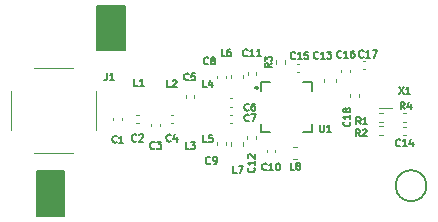
<source format=gto>
%TF.GenerationSoftware,KiCad,Pcbnew,(5.99.0-8408-g2f86419c55)*%
%TF.CreationDate,2021-01-19T22:19:37+01:00*%
%TF.ProjectId,ax5243-test-board,61783532-3433-42d7-9465-73742d626f61,rev?*%
%TF.SameCoordinates,PX8954400PY4e33880*%
%TF.FileFunction,Legend,Top*%
%TF.FilePolarity,Positive*%
%FSLAX46Y46*%
G04 Gerber Fmt 4.6, Leading zero omitted, Abs format (unit mm)*
G04 Created by KiCad (PCBNEW (5.99.0-8408-g2f86419c55)) date 2021-01-19 22:19:37*
%MOMM*%
%LPD*%
G01*
G04 APERTURE LIST*
%ADD10C,0.150000*%
%ADD11C,0.120000*%
G04 APERTURE END LIST*
D10*
X16558625Y-6350000D02*
G75*
G03*
X16558625Y-6350000I-1308625J0D01*
G01*
X-9000000Y8900000D02*
X-11300000Y8900000D01*
X-11300000Y8900000D02*
X-11300000Y5100000D01*
X-11300000Y5100000D02*
X-9000000Y5100000D01*
X-9000000Y5100000D02*
X-9000000Y8900000D01*
G36*
X-9000000Y8900000D02*
G01*
X-11300000Y8900000D01*
X-11300000Y5100000D01*
X-9000000Y5100000D01*
X-9000000Y8900000D01*
G37*
X-14100000Y-5100000D02*
X-16400000Y-5100000D01*
X-16400000Y-5100000D02*
X-16400000Y-8900000D01*
X-16400000Y-8900000D02*
X-14100000Y-8900000D01*
X-14100000Y-8900000D02*
X-14100000Y-5100000D01*
G36*
X-14100000Y-5100000D02*
G01*
X-16400000Y-5100000D01*
X-16400000Y-8900000D01*
X-14100000Y-8900000D01*
X-14100000Y-5100000D01*
G37*
%TO.C,U1*%
X7542857Y-1171428D02*
X7542857Y-1657142D01*
X7571428Y-1714285D01*
X7600000Y-1742857D01*
X7657142Y-1771428D01*
X7771428Y-1771428D01*
X7828571Y-1742857D01*
X7857142Y-1714285D01*
X7885714Y-1657142D01*
X7885714Y-1171428D01*
X8485714Y-1771428D02*
X8142857Y-1771428D01*
X8314285Y-1771428D02*
X8314285Y-1171428D01*
X8257142Y-1257142D01*
X8200000Y-1314285D01*
X8142857Y-1342857D01*
%TO.C,C15*%
X5414285Y4425715D02*
X5385714Y4397143D01*
X5300000Y4368572D01*
X5242857Y4368572D01*
X5157142Y4397143D01*
X5100000Y4454286D01*
X5071428Y4511429D01*
X5042857Y4625715D01*
X5042857Y4711429D01*
X5071428Y4825715D01*
X5100000Y4882858D01*
X5157142Y4940000D01*
X5242857Y4968572D01*
X5300000Y4968572D01*
X5385714Y4940000D01*
X5414285Y4911429D01*
X5985714Y4368572D02*
X5642857Y4368572D01*
X5814285Y4368572D02*
X5814285Y4968572D01*
X5757142Y4882858D01*
X5700000Y4825715D01*
X5642857Y4797143D01*
X6528571Y4968572D02*
X6242857Y4968572D01*
X6214285Y4682858D01*
X6242857Y4711429D01*
X6300000Y4740000D01*
X6442857Y4740000D01*
X6500000Y4711429D01*
X6528571Y4682858D01*
X6557142Y4625715D01*
X6557142Y4482858D01*
X6528571Y4425715D01*
X6500000Y4397143D01*
X6442857Y4368572D01*
X6300000Y4368572D01*
X6242857Y4397143D01*
X6214285Y4425715D01*
%TO.C,C18*%
X10054285Y-935714D02*
X10082857Y-964285D01*
X10111428Y-1050000D01*
X10111428Y-1107142D01*
X10082857Y-1192857D01*
X10025714Y-1250000D01*
X9968571Y-1278571D01*
X9854285Y-1307142D01*
X9768571Y-1307142D01*
X9654285Y-1278571D01*
X9597142Y-1250000D01*
X9540000Y-1192857D01*
X9511428Y-1107142D01*
X9511428Y-1050000D01*
X9540000Y-964285D01*
X9568571Y-935714D01*
X10111428Y-364285D02*
X10111428Y-707142D01*
X10111428Y-535714D02*
X9511428Y-535714D01*
X9597142Y-592857D01*
X9654285Y-650000D01*
X9682857Y-707142D01*
X9768571Y-21428D02*
X9740000Y-78571D01*
X9711428Y-107142D01*
X9654285Y-135714D01*
X9625714Y-135714D01*
X9568571Y-107142D01*
X9540000Y-78571D01*
X9511428Y-21428D01*
X9511428Y92858D01*
X9540000Y150000D01*
X9568571Y178572D01*
X9625714Y207143D01*
X9654285Y207143D01*
X9711428Y178572D01*
X9740000Y150000D01*
X9768571Y92858D01*
X9768571Y-21428D01*
X9797142Y-78571D01*
X9825714Y-107142D01*
X9882857Y-135714D01*
X9997142Y-135714D01*
X10054285Y-107142D01*
X10082857Y-78571D01*
X10111428Y-21428D01*
X10111428Y92858D01*
X10082857Y150000D01*
X10054285Y178572D01*
X9997142Y207143D01*
X9882857Y207143D01*
X9825714Y178572D01*
X9797142Y150000D01*
X9768571Y92858D01*
%TO.C,L1*%
X-7900000Y2098572D02*
X-8185715Y2098572D01*
X-8185715Y2698572D01*
X-7385715Y2098572D02*
X-7728572Y2098572D01*
X-7557143Y2098572D02*
X-7557143Y2698572D01*
X-7614286Y2612858D01*
X-7671429Y2555715D01*
X-7728572Y2527143D01*
%TO.C,C13*%
X7364285Y4455715D02*
X7335714Y4427143D01*
X7250000Y4398572D01*
X7192857Y4398572D01*
X7107142Y4427143D01*
X7050000Y4484286D01*
X7021428Y4541429D01*
X6992857Y4655715D01*
X6992857Y4741429D01*
X7021428Y4855715D01*
X7050000Y4912858D01*
X7107142Y4970000D01*
X7192857Y4998572D01*
X7250000Y4998572D01*
X7335714Y4970000D01*
X7364285Y4941429D01*
X7935714Y4398572D02*
X7592857Y4398572D01*
X7764285Y4398572D02*
X7764285Y4998572D01*
X7707142Y4912858D01*
X7650000Y4855715D01*
X7592857Y4827143D01*
X8135714Y4998572D02*
X8507142Y4998572D01*
X8307142Y4770000D01*
X8392857Y4770000D01*
X8450000Y4741429D01*
X8478571Y4712858D01*
X8507142Y4655715D01*
X8507142Y4512858D01*
X8478571Y4455715D01*
X8450000Y4427143D01*
X8392857Y4398572D01*
X8221428Y4398572D01*
X8164285Y4427143D01*
X8135714Y4455715D01*
%TO.C,L4*%
X-2060000Y1988572D02*
X-2345715Y1988572D01*
X-2345715Y2588572D01*
X-1602858Y2388572D02*
X-1602858Y1988572D01*
X-1745715Y2617143D02*
X-1888572Y2188572D01*
X-1517143Y2188572D01*
%TO.C,C10*%
X3014285Y-5004285D02*
X2985714Y-5032857D01*
X2900000Y-5061428D01*
X2842857Y-5061428D01*
X2757142Y-5032857D01*
X2700000Y-4975714D01*
X2671428Y-4918571D01*
X2642857Y-4804285D01*
X2642857Y-4718571D01*
X2671428Y-4604285D01*
X2700000Y-4547142D01*
X2757142Y-4490000D01*
X2842857Y-4461428D01*
X2900000Y-4461428D01*
X2985714Y-4490000D01*
X3014285Y-4518571D01*
X3585714Y-5061428D02*
X3242857Y-5061428D01*
X3414285Y-5061428D02*
X3414285Y-4461428D01*
X3357142Y-4547142D01*
X3300000Y-4604285D01*
X3242857Y-4632857D01*
X3957142Y-4461428D02*
X4014285Y-4461428D01*
X4071428Y-4490000D01*
X4100000Y-4518571D01*
X4128571Y-4575714D01*
X4157142Y-4690000D01*
X4157142Y-4832857D01*
X4128571Y-4947142D01*
X4100000Y-5004285D01*
X4071428Y-5032857D01*
X4014285Y-5061428D01*
X3957142Y-5061428D01*
X3900000Y-5032857D01*
X3871428Y-5004285D01*
X3842857Y-4947142D01*
X3814285Y-4832857D01*
X3814285Y-4690000D01*
X3842857Y-4575714D01*
X3871428Y-4518571D01*
X3900000Y-4490000D01*
X3957142Y-4461428D01*
%TO.C,X1*%
X14214285Y1978572D02*
X14614285Y1378572D01*
X14614285Y1978572D02*
X14214285Y1378572D01*
X15157142Y1378572D02*
X14814285Y1378572D01*
X14985714Y1378572D02*
X14985714Y1978572D01*
X14928571Y1892858D01*
X14871428Y1835715D01*
X14814285Y1807143D01*
%TO.C,L6*%
X-500000Y4598572D02*
X-785715Y4598572D01*
X-785715Y5198572D01*
X-42858Y5198572D02*
X-157143Y5198572D01*
X-214286Y5170000D01*
X-242858Y5141429D01*
X-300000Y5055715D01*
X-328572Y4941429D01*
X-328572Y4712858D01*
X-300000Y4655715D01*
X-271429Y4627143D01*
X-214286Y4598572D01*
X-100000Y4598572D01*
X-42858Y4627143D01*
X-14286Y4655715D01*
X14285Y4712858D01*
X14285Y4855715D01*
X-14286Y4912858D01*
X-42858Y4941429D01*
X-100000Y4970000D01*
X-214286Y4970000D01*
X-271429Y4941429D01*
X-300000Y4912858D01*
X-328572Y4855715D01*
%TO.C,L8*%
X5350000Y-5001428D02*
X5064285Y-5001428D01*
X5064285Y-4401428D01*
X5635714Y-4658571D02*
X5578571Y-4630000D01*
X5550000Y-4601428D01*
X5521428Y-4544285D01*
X5521428Y-4515714D01*
X5550000Y-4458571D01*
X5578571Y-4430000D01*
X5635714Y-4401428D01*
X5750000Y-4401428D01*
X5807142Y-4430000D01*
X5835714Y-4458571D01*
X5864285Y-4515714D01*
X5864285Y-4544285D01*
X5835714Y-4601428D01*
X5807142Y-4630000D01*
X5750000Y-4658571D01*
X5635714Y-4658571D01*
X5578571Y-4687142D01*
X5550000Y-4715714D01*
X5521428Y-4772857D01*
X5521428Y-4887142D01*
X5550000Y-4944285D01*
X5578571Y-4972857D01*
X5635714Y-5001428D01*
X5750000Y-5001428D01*
X5807142Y-4972857D01*
X5835714Y-4944285D01*
X5864285Y-4887142D01*
X5864285Y-4772857D01*
X5835714Y-4715714D01*
X5807142Y-4687142D01*
X5750000Y-4658571D01*
%TO.C,J1*%
X-10500000Y3178572D02*
X-10500000Y2750000D01*
X-10528572Y2664286D01*
X-10585715Y2607143D01*
X-10671429Y2578572D01*
X-10728572Y2578572D01*
X-9900000Y2578572D02*
X-10242858Y2578572D01*
X-10071429Y2578572D02*
X-10071429Y3178572D01*
X-10128572Y3092858D01*
X-10185715Y3035715D01*
X-10242858Y3007143D01*
%TO.C,C4*%
X-5100000Y-2554285D02*
X-5128572Y-2582857D01*
X-5214286Y-2611428D01*
X-5271429Y-2611428D01*
X-5357143Y-2582857D01*
X-5414286Y-2525714D01*
X-5442858Y-2468571D01*
X-5471429Y-2354285D01*
X-5471429Y-2268571D01*
X-5442858Y-2154285D01*
X-5414286Y-2097142D01*
X-5357143Y-2040000D01*
X-5271429Y-2011428D01*
X-5214286Y-2011428D01*
X-5128572Y-2040000D01*
X-5100000Y-2068571D01*
X-4585715Y-2211428D02*
X-4585715Y-2611428D01*
X-4728572Y-1982857D02*
X-4871429Y-2411428D01*
X-4500000Y-2411428D01*
%TO.C,C7*%
X1500000Y-854285D02*
X1471428Y-882857D01*
X1385714Y-911428D01*
X1328571Y-911428D01*
X1242857Y-882857D01*
X1185714Y-825714D01*
X1157142Y-768571D01*
X1128571Y-654285D01*
X1128571Y-568571D01*
X1157142Y-454285D01*
X1185714Y-397142D01*
X1242857Y-340000D01*
X1328571Y-311428D01*
X1385714Y-311428D01*
X1471428Y-340000D01*
X1500000Y-368571D01*
X1700000Y-311428D02*
X2100000Y-311428D01*
X1842857Y-911428D01*
%TO.C,C3*%
X-6470000Y-3174285D02*
X-6498572Y-3202857D01*
X-6584286Y-3231428D01*
X-6641429Y-3231428D01*
X-6727143Y-3202857D01*
X-6784286Y-3145714D01*
X-6812858Y-3088571D01*
X-6841429Y-2974285D01*
X-6841429Y-2888571D01*
X-6812858Y-2774285D01*
X-6784286Y-2717142D01*
X-6727143Y-2660000D01*
X-6641429Y-2631428D01*
X-6584286Y-2631428D01*
X-6498572Y-2660000D01*
X-6470000Y-2688571D01*
X-6270000Y-2631428D02*
X-5898572Y-2631428D01*
X-6098572Y-2860000D01*
X-6012858Y-2860000D01*
X-5955715Y-2888571D01*
X-5927143Y-2917142D01*
X-5898572Y-2974285D01*
X-5898572Y-3117142D01*
X-5927143Y-3174285D01*
X-5955715Y-3202857D01*
X-6012858Y-3231428D01*
X-6184286Y-3231428D01*
X-6241429Y-3202857D01*
X-6270000Y-3174285D01*
%TO.C,C9*%
X-1760000Y-4444285D02*
X-1788572Y-4472857D01*
X-1874286Y-4501428D01*
X-1931429Y-4501428D01*
X-2017143Y-4472857D01*
X-2074286Y-4415714D01*
X-2102858Y-4358571D01*
X-2131429Y-4244285D01*
X-2131429Y-4158571D01*
X-2102858Y-4044285D01*
X-2074286Y-3987142D01*
X-2017143Y-3930000D01*
X-1931429Y-3901428D01*
X-1874286Y-3901428D01*
X-1788572Y-3930000D01*
X-1760000Y-3958571D01*
X-1474286Y-4501428D02*
X-1360000Y-4501428D01*
X-1302858Y-4472857D01*
X-1274286Y-4444285D01*
X-1217143Y-4358571D01*
X-1188572Y-4244285D01*
X-1188572Y-4015714D01*
X-1217143Y-3958571D01*
X-1245715Y-3930000D01*
X-1302858Y-3901428D01*
X-1417143Y-3901428D01*
X-1474286Y-3930000D01*
X-1502858Y-3958571D01*
X-1531429Y-4015714D01*
X-1531429Y-4158571D01*
X-1502858Y-4215714D01*
X-1474286Y-4244285D01*
X-1417143Y-4272857D01*
X-1302858Y-4272857D01*
X-1245715Y-4244285D01*
X-1217143Y-4215714D01*
X-1188572Y-4158571D01*
%TO.C,R3*%
X3451428Y4000000D02*
X3165714Y3800000D01*
X3451428Y3657143D02*
X2851428Y3657143D01*
X2851428Y3885715D01*
X2880000Y3942858D01*
X2908571Y3971429D01*
X2965714Y4000000D01*
X3051428Y4000000D01*
X3108571Y3971429D01*
X3137142Y3942858D01*
X3165714Y3885715D01*
X3165714Y3657143D01*
X2851428Y4200000D02*
X2851428Y4571429D01*
X3080000Y4371429D01*
X3080000Y4457143D01*
X3108571Y4514286D01*
X3137142Y4542858D01*
X3194285Y4571429D01*
X3337142Y4571429D01*
X3394285Y4542858D01*
X3422857Y4514286D01*
X3451428Y4457143D01*
X3451428Y4285715D01*
X3422857Y4228572D01*
X3394285Y4200000D01*
%TO.C,R1*%
X10970000Y-1161428D02*
X10770000Y-875714D01*
X10627142Y-1161428D02*
X10627142Y-561428D01*
X10855714Y-561428D01*
X10912857Y-590000D01*
X10941428Y-618571D01*
X10970000Y-675714D01*
X10970000Y-761428D01*
X10941428Y-818571D01*
X10912857Y-847142D01*
X10855714Y-875714D01*
X10627142Y-875714D01*
X11541428Y-1161428D02*
X11198571Y-1161428D01*
X11370000Y-1161428D02*
X11370000Y-561428D01*
X11312857Y-647142D01*
X11255714Y-704285D01*
X11198571Y-732857D01*
%TO.C,C8*%
X-1920000Y3985715D02*
X-1948572Y3957143D01*
X-2034286Y3928572D01*
X-2091429Y3928572D01*
X-2177143Y3957143D01*
X-2234286Y4014286D01*
X-2262858Y4071429D01*
X-2291429Y4185715D01*
X-2291429Y4271429D01*
X-2262858Y4385715D01*
X-2234286Y4442858D01*
X-2177143Y4500000D01*
X-2091429Y4528572D01*
X-2034286Y4528572D01*
X-1948572Y4500000D01*
X-1920000Y4471429D01*
X-1577143Y4271429D02*
X-1634286Y4300000D01*
X-1662858Y4328572D01*
X-1691429Y4385715D01*
X-1691429Y4414286D01*
X-1662858Y4471429D01*
X-1634286Y4500000D01*
X-1577143Y4528572D01*
X-1462858Y4528572D01*
X-1405715Y4500000D01*
X-1377143Y4471429D01*
X-1348572Y4414286D01*
X-1348572Y4385715D01*
X-1377143Y4328572D01*
X-1405715Y4300000D01*
X-1462858Y4271429D01*
X-1577143Y4271429D01*
X-1634286Y4242858D01*
X-1662858Y4214286D01*
X-1691429Y4157143D01*
X-1691429Y4042858D01*
X-1662858Y3985715D01*
X-1634286Y3957143D01*
X-1577143Y3928572D01*
X-1462858Y3928572D01*
X-1405715Y3957143D01*
X-1377143Y3985715D01*
X-1348572Y4042858D01*
X-1348572Y4157143D01*
X-1377143Y4214286D01*
X-1405715Y4242858D01*
X-1462858Y4271429D01*
%TO.C,R4*%
X14700000Y148572D02*
X14500000Y434286D01*
X14357142Y148572D02*
X14357142Y748572D01*
X14585714Y748572D01*
X14642857Y720000D01*
X14671428Y691429D01*
X14700000Y634286D01*
X14700000Y548572D01*
X14671428Y491429D01*
X14642857Y462858D01*
X14585714Y434286D01*
X14357142Y434286D01*
X15214285Y548572D02*
X15214285Y148572D01*
X15071428Y777143D02*
X14928571Y348572D01*
X15300000Y348572D01*
%TO.C,L2*%
X-5100000Y1998572D02*
X-5385715Y1998572D01*
X-5385715Y2598572D01*
X-4928572Y2541429D02*
X-4900000Y2570000D01*
X-4842858Y2598572D01*
X-4700000Y2598572D01*
X-4642858Y2570000D01*
X-4614286Y2541429D01*
X-4585715Y2484286D01*
X-4585715Y2427143D01*
X-4614286Y2341429D01*
X-4957143Y1998572D01*
X-4585715Y1998572D01*
%TO.C,R2*%
X10930000Y-2181428D02*
X10730000Y-1895714D01*
X10587142Y-2181428D02*
X10587142Y-1581428D01*
X10815714Y-1581428D01*
X10872857Y-1610000D01*
X10901428Y-1638571D01*
X10930000Y-1695714D01*
X10930000Y-1781428D01*
X10901428Y-1838571D01*
X10872857Y-1867142D01*
X10815714Y-1895714D01*
X10587142Y-1895714D01*
X11158571Y-1638571D02*
X11187142Y-1610000D01*
X11244285Y-1581428D01*
X11387142Y-1581428D01*
X11444285Y-1610000D01*
X11472857Y-1638571D01*
X11501428Y-1695714D01*
X11501428Y-1752857D01*
X11472857Y-1838571D01*
X11130000Y-2181428D01*
X11501428Y-2181428D01*
%TO.C,C12*%
X1964285Y-4835714D02*
X1992857Y-4864285D01*
X2021428Y-4950000D01*
X2021428Y-5007142D01*
X1992857Y-5092857D01*
X1935714Y-5150000D01*
X1878571Y-5178571D01*
X1764285Y-5207142D01*
X1678571Y-5207142D01*
X1564285Y-5178571D01*
X1507142Y-5150000D01*
X1450000Y-5092857D01*
X1421428Y-5007142D01*
X1421428Y-4950000D01*
X1450000Y-4864285D01*
X1478571Y-4835714D01*
X2021428Y-4264285D02*
X2021428Y-4607142D01*
X2021428Y-4435714D02*
X1421428Y-4435714D01*
X1507142Y-4492857D01*
X1564285Y-4550000D01*
X1592857Y-4607142D01*
X1478571Y-4035714D02*
X1450000Y-4007142D01*
X1421428Y-3950000D01*
X1421428Y-3807142D01*
X1450000Y-3750000D01*
X1478571Y-3721428D01*
X1535714Y-3692857D01*
X1592857Y-3692857D01*
X1678571Y-3721428D01*
X2021428Y-4064285D01*
X2021428Y-3692857D01*
%TO.C,L7*%
X500000Y-5261428D02*
X214285Y-5261428D01*
X214285Y-4661428D01*
X642857Y-4661428D02*
X1042857Y-4661428D01*
X785714Y-5261428D01*
%TO.C,C17*%
X11224285Y4555715D02*
X11195714Y4527143D01*
X11110000Y4498572D01*
X11052857Y4498572D01*
X10967142Y4527143D01*
X10910000Y4584286D01*
X10881428Y4641429D01*
X10852857Y4755715D01*
X10852857Y4841429D01*
X10881428Y4955715D01*
X10910000Y5012858D01*
X10967142Y5070000D01*
X11052857Y5098572D01*
X11110000Y5098572D01*
X11195714Y5070000D01*
X11224285Y5041429D01*
X11795714Y4498572D02*
X11452857Y4498572D01*
X11624285Y4498572D02*
X11624285Y5098572D01*
X11567142Y5012858D01*
X11510000Y4955715D01*
X11452857Y4927143D01*
X11995714Y5098572D02*
X12395714Y5098572D01*
X12138571Y4498572D01*
%TO.C,L3*%
X-3550000Y-3241428D02*
X-3835715Y-3241428D01*
X-3835715Y-2641428D01*
X-3407143Y-2641428D02*
X-3035715Y-2641428D01*
X-3235715Y-2870000D01*
X-3150000Y-2870000D01*
X-3092858Y-2898571D01*
X-3064286Y-2927142D01*
X-3035715Y-2984285D01*
X-3035715Y-3127142D01*
X-3064286Y-3184285D01*
X-3092858Y-3212857D01*
X-3150000Y-3241428D01*
X-3321429Y-3241428D01*
X-3378572Y-3212857D01*
X-3407143Y-3184285D01*
%TO.C,C2*%
X-8000000Y-2554285D02*
X-8028572Y-2582857D01*
X-8114286Y-2611428D01*
X-8171429Y-2611428D01*
X-8257143Y-2582857D01*
X-8314286Y-2525714D01*
X-8342858Y-2468571D01*
X-8371429Y-2354285D01*
X-8371429Y-2268571D01*
X-8342858Y-2154285D01*
X-8314286Y-2097142D01*
X-8257143Y-2040000D01*
X-8171429Y-2011428D01*
X-8114286Y-2011428D01*
X-8028572Y-2040000D01*
X-8000000Y-2068571D01*
X-7771429Y-2068571D02*
X-7742858Y-2040000D01*
X-7685715Y-2011428D01*
X-7542858Y-2011428D01*
X-7485715Y-2040000D01*
X-7457143Y-2068571D01*
X-7428572Y-2125714D01*
X-7428572Y-2182857D01*
X-7457143Y-2268571D01*
X-7800000Y-2611428D01*
X-7428572Y-2611428D01*
%TO.C,C1*%
X-9670000Y-2654285D02*
X-9698572Y-2682857D01*
X-9784286Y-2711428D01*
X-9841429Y-2711428D01*
X-9927143Y-2682857D01*
X-9984286Y-2625714D01*
X-10012858Y-2568571D01*
X-10041429Y-2454285D01*
X-10041429Y-2368571D01*
X-10012858Y-2254285D01*
X-9984286Y-2197142D01*
X-9927143Y-2140000D01*
X-9841429Y-2111428D01*
X-9784286Y-2111428D01*
X-9698572Y-2140000D01*
X-9670000Y-2168571D01*
X-9098572Y-2711428D02*
X-9441429Y-2711428D01*
X-9270000Y-2711428D02*
X-9270000Y-2111428D01*
X-9327143Y-2197142D01*
X-9384286Y-2254285D01*
X-9441429Y-2282857D01*
%TO.C,C5*%
X-3590000Y2615715D02*
X-3618572Y2587143D01*
X-3704286Y2558572D01*
X-3761429Y2558572D01*
X-3847143Y2587143D01*
X-3904286Y2644286D01*
X-3932858Y2701429D01*
X-3961429Y2815715D01*
X-3961429Y2901429D01*
X-3932858Y3015715D01*
X-3904286Y3072858D01*
X-3847143Y3130000D01*
X-3761429Y3158572D01*
X-3704286Y3158572D01*
X-3618572Y3130000D01*
X-3590000Y3101429D01*
X-3047143Y3158572D02*
X-3332858Y3158572D01*
X-3361429Y2872858D01*
X-3332858Y2901429D01*
X-3275715Y2930000D01*
X-3132858Y2930000D01*
X-3075715Y2901429D01*
X-3047143Y2872858D01*
X-3018572Y2815715D01*
X-3018572Y2672858D01*
X-3047143Y2615715D01*
X-3075715Y2587143D01*
X-3132858Y2558572D01*
X-3275715Y2558572D01*
X-3332858Y2587143D01*
X-3361429Y2615715D01*
%TO.C,C16*%
X9344285Y4545715D02*
X9315714Y4517143D01*
X9230000Y4488572D01*
X9172857Y4488572D01*
X9087142Y4517143D01*
X9030000Y4574286D01*
X9001428Y4631429D01*
X8972857Y4745715D01*
X8972857Y4831429D01*
X9001428Y4945715D01*
X9030000Y5002858D01*
X9087142Y5060000D01*
X9172857Y5088572D01*
X9230000Y5088572D01*
X9315714Y5060000D01*
X9344285Y5031429D01*
X9915714Y4488572D02*
X9572857Y4488572D01*
X9744285Y4488572D02*
X9744285Y5088572D01*
X9687142Y5002858D01*
X9630000Y4945715D01*
X9572857Y4917143D01*
X10430000Y5088572D02*
X10315714Y5088572D01*
X10258571Y5060000D01*
X10230000Y5031429D01*
X10172857Y4945715D01*
X10144285Y4831429D01*
X10144285Y4602858D01*
X10172857Y4545715D01*
X10201428Y4517143D01*
X10258571Y4488572D01*
X10372857Y4488572D01*
X10430000Y4517143D01*
X10458571Y4545715D01*
X10487142Y4602858D01*
X10487142Y4745715D01*
X10458571Y4802858D01*
X10430000Y4831429D01*
X10372857Y4860000D01*
X10258571Y4860000D01*
X10201428Y4831429D01*
X10172857Y4802858D01*
X10144285Y4745715D01*
%TO.C,L5*%
X-2050000Y-2661428D02*
X-2335715Y-2661428D01*
X-2335715Y-2061428D01*
X-1564286Y-2061428D02*
X-1850000Y-2061428D01*
X-1878572Y-2347142D01*
X-1850000Y-2318571D01*
X-1792858Y-2290000D01*
X-1650000Y-2290000D01*
X-1592858Y-2318571D01*
X-1564286Y-2347142D01*
X-1535715Y-2404285D01*
X-1535715Y-2547142D01*
X-1564286Y-2604285D01*
X-1592858Y-2632857D01*
X-1650000Y-2661428D01*
X-1792858Y-2661428D01*
X-1850000Y-2632857D01*
X-1878572Y-2604285D01*
%TO.C,C14*%
X14314285Y-2974285D02*
X14285714Y-3002857D01*
X14200000Y-3031428D01*
X14142857Y-3031428D01*
X14057142Y-3002857D01*
X14000000Y-2945714D01*
X13971428Y-2888571D01*
X13942857Y-2774285D01*
X13942857Y-2688571D01*
X13971428Y-2574285D01*
X14000000Y-2517142D01*
X14057142Y-2460000D01*
X14142857Y-2431428D01*
X14200000Y-2431428D01*
X14285714Y-2460000D01*
X14314285Y-2488571D01*
X14885714Y-3031428D02*
X14542857Y-3031428D01*
X14714285Y-3031428D02*
X14714285Y-2431428D01*
X14657142Y-2517142D01*
X14600000Y-2574285D01*
X14542857Y-2602857D01*
X15400000Y-2631428D02*
X15400000Y-3031428D01*
X15257142Y-2402857D02*
X15114285Y-2831428D01*
X15485714Y-2831428D01*
%TO.C,C11*%
X1404285Y4655715D02*
X1375714Y4627143D01*
X1290000Y4598572D01*
X1232857Y4598572D01*
X1147142Y4627143D01*
X1090000Y4684286D01*
X1061428Y4741429D01*
X1032857Y4855715D01*
X1032857Y4941429D01*
X1061428Y5055715D01*
X1090000Y5112858D01*
X1147142Y5170000D01*
X1232857Y5198572D01*
X1290000Y5198572D01*
X1375714Y5170000D01*
X1404285Y5141429D01*
X1975714Y4598572D02*
X1632857Y4598572D01*
X1804285Y4598572D02*
X1804285Y5198572D01*
X1747142Y5112858D01*
X1690000Y5055715D01*
X1632857Y5027143D01*
X2547142Y4598572D02*
X2204285Y4598572D01*
X2375714Y4598572D02*
X2375714Y5198572D01*
X2318571Y5112858D01*
X2261428Y5055715D01*
X2204285Y5027143D01*
%TO.C,C6*%
X1500000Y45715D02*
X1471428Y17143D01*
X1385714Y-11428D01*
X1328571Y-11428D01*
X1242857Y17143D01*
X1185714Y74286D01*
X1157142Y131429D01*
X1128571Y245715D01*
X1128571Y331429D01*
X1157142Y445715D01*
X1185714Y502858D01*
X1242857Y560000D01*
X1328571Y588572D01*
X1385714Y588572D01*
X1471428Y560000D01*
X1500000Y531429D01*
X2014285Y588572D02*
X1900000Y588572D01*
X1842857Y560000D01*
X1814285Y531429D01*
X1757142Y445715D01*
X1728571Y331429D01*
X1728571Y102858D01*
X1757142Y45715D01*
X1785714Y17143D01*
X1842857Y-11428D01*
X1957142Y-11428D01*
X2014285Y17143D01*
X2042857Y45715D01*
X2071428Y102858D01*
X2071428Y245715D01*
X2042857Y302858D01*
X2014285Y331429D01*
X1957142Y360000D01*
X1842857Y360000D01*
X1785714Y331429D01*
X1757142Y302858D01*
X1728571Y245715D01*
%TO.C,U1*%
X2065000Y1958000D02*
X2192000Y2085000D01*
X6104000Y2427000D02*
X6827000Y2427000D01*
X2573000Y2427000D02*
X3296000Y2427000D01*
X6827000Y-1827000D02*
X6827000Y-1104000D01*
X2573000Y-1104000D02*
X2573000Y-1827000D01*
X2192000Y1831000D02*
X2065000Y1958000D01*
X2192000Y2085000D02*
X2319000Y1958000D01*
X2319000Y1958000D02*
X2192000Y1831000D01*
X6104000Y-1827000D02*
X6827000Y-1827000D01*
X2573000Y1704000D02*
X2573000Y2427000D01*
X2573000Y-1827000D02*
X3296000Y-1827000D01*
X6827000Y2427000D02*
X6827000Y1704000D01*
D11*
%TO.C,C15*%
X5787836Y3960000D02*
X5572164Y3960000D01*
X5787836Y3240000D02*
X5572164Y3240000D01*
%TO.C,C18*%
X10830000Y1162164D02*
X10830000Y1377836D01*
X10110000Y1162164D02*
X10110000Y1377836D01*
%TO.C,C13*%
X7900000Y2409420D02*
X7900000Y2690580D01*
X8920000Y2409420D02*
X8920000Y2690580D01*
%TO.C,C10*%
X3760000Y-3507836D02*
X3760000Y-3292164D01*
X3040000Y-3507836D02*
X3040000Y-3292164D01*
%TO.C,X1*%
X12500000Y250000D02*
X13640000Y250000D01*
%TO.C,L6*%
X-10000Y3062779D02*
X-10000Y2737221D01*
X1010000Y3062779D02*
X1010000Y2737221D01*
%TO.C,L8*%
X5612779Y-3040000D02*
X5287221Y-3040000D01*
X5612779Y-4060000D02*
X5287221Y-4060000D01*
%TO.C,J1*%
X-11390000Y-1660000D02*
X-11390000Y1660000D01*
X-16660000Y3610000D02*
X-13340000Y3610000D01*
X-16660000Y-3610000D02*
X-13340000Y-3610000D01*
X-18610000Y-1660000D02*
X-18610000Y1660000D01*
%TO.C,C4*%
X-5107836Y-340000D02*
X-4892164Y-340000D01*
X-5107836Y-1060000D02*
X-4892164Y-1060000D01*
%TO.C,C7*%
X-107836Y-1060000D02*
X107836Y-1060000D01*
X-107836Y-340000D02*
X107836Y-340000D01*
%TO.C,C3*%
X-6760000Y-1307836D02*
X-6760000Y-1092164D01*
X-6040000Y-1307836D02*
X-6040000Y-1092164D01*
%TO.C,C9*%
X-440000Y-2662164D02*
X-440000Y-2877836D01*
X-1160000Y-2662164D02*
X-1160000Y-2877836D01*
%TO.C,R3*%
X4580000Y4253641D02*
X4580000Y3946359D01*
X3820000Y4253641D02*
X3820000Y3946359D01*
%TO.C,R1*%
X12853641Y-970000D02*
X12546359Y-970000D01*
X12853641Y-210000D02*
X12546359Y-210000D01*
%TO.C,C8*%
X-440000Y2967836D02*
X-440000Y2752164D01*
X-1160000Y2967836D02*
X-1160000Y2752164D01*
%TO.C,R4*%
X14853641Y-990000D02*
X14546359Y-990000D01*
X14853641Y-230000D02*
X14546359Y-230000D01*
%TO.C,R2*%
X12863641Y-1310000D02*
X12556359Y-1310000D01*
X12863641Y-2070000D02*
X12556359Y-2070000D01*
%TO.C,C12*%
X2120000Y-2357836D02*
X2120000Y-2142164D01*
X1400000Y-2357836D02*
X1400000Y-2142164D01*
%TO.C,L7*%
X-10000Y-2637221D02*
X-10000Y-2962779D01*
X1010000Y-2637221D02*
X1010000Y-2962779D01*
%TO.C,C17*%
X11162164Y4220000D02*
X11377836Y4220000D01*
X11162164Y3500000D02*
X11377836Y3500000D01*
%TO.C,C2*%
X-8007836Y-340000D02*
X-7792164Y-340000D01*
X-8007836Y-1060000D02*
X-7792164Y-1060000D01*
%TO.C,C1*%
X-9960000Y-817836D02*
X-9960000Y-602164D01*
X-9240000Y-817836D02*
X-9240000Y-602164D01*
%TO.C,C5*%
X-3840000Y1297836D02*
X-3840000Y1082164D01*
X-3120000Y1297836D02*
X-3120000Y1082164D01*
%TO.C,C16*%
X9340000Y3477836D02*
X9340000Y3262164D01*
X10060000Y3477836D02*
X10060000Y3262164D01*
%TO.C,C14*%
X14807836Y-2060000D02*
X14592164Y-2060000D01*
X14807836Y-1340000D02*
X14592164Y-1340000D01*
%TO.C,C11*%
X2160000Y3237836D02*
X2160000Y3022164D01*
X1440000Y3237836D02*
X1440000Y3022164D01*
%TO.C,C6*%
X-107836Y340000D02*
X107836Y340000D01*
X-107836Y1060000D02*
X107836Y1060000D01*
%TD*%
M02*

</source>
